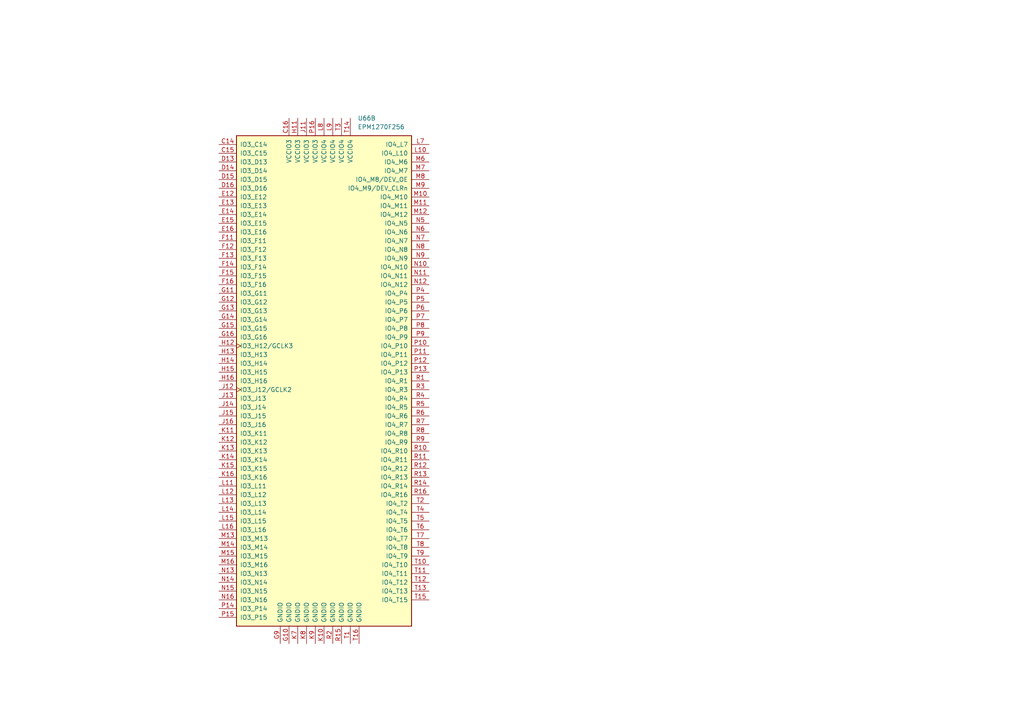
<source format=kicad_sch>
(kicad_sch (version 20250114) (generator "eeschema") (generator_version "9.0")
  (paper "A4")
  (lib_symbols
    (symbol "CPLD_Altera:EPM1270F256" (pin_names (offset 1.016))
      (property "Reference" "U" (at 15.24 72.39 0))
      (property "Value" "EPM1270F256" (at 12.7 -72.39 0))
      (symbol "EPM1270F256_1_1"
        (rectangle (start -25.4 71.12) (end 25.4 -71.12) (stroke (width 0.254)) (fill (type background)))
        (pin bidirectional line (at -30.48 68.58 0) (length 5.08) (name "IO1_C2") (number "C2"))
        (pin bidirectional line (at -30.48 66.04 0) (length 5.08) (name "IO1_C3") (number "C3"))
        (pin bidirectional line (at -30.48 63.5 0) (length 5.08) (name "IO1_D1") (number "D1"))
        (pin bidirectional line (at -30.48 60.96 0) (length 5.08) (name "IO1_D2") (number "D2"))
        (pin bidirectional line (at -30.48 58.42 0) (length 5.08) (name "IO1_D3") (number "D3"))
        (pin bidirectional line (at -30.48 55.88 0) (length 5.08) (name "IO1_E1") (number "E1"))
        (pin bidirectional line (at -30.48 53.34 0) (length 5.08) (name "IO1_E2") (number "E2"))
        (pin bidirectional line (at -30.48 50.8 0) (length 5.08) (name "IO1_E3") (number "E3"))
        (pin bidirectional line (at -30.48 48.26 0) (length 5.08) (name "IO1_E4") (number "E4"))
        (pin bidirectional line (at -30.48 45.72 0) (length 5.08) (name "IO1_E5") (number "E5"))
        (pin bidirectional line (at -30.48 43.18 0) (length 5.08) (name "IO1_F1") (number "F1"))
        (pin bidirectional line (at -30.48 40.64 0) (length 5.08) (name "IO1_F2") (number "F2"))
        (pin bidirectional line (at -30.48 38.1 0) (length 5.08) (name "IO1_F3") (number "F3"))
        (pin bidirectional line (at -30.48 35.56 0) (length 5.08) (name "IO1_F4") (number "F4"))
        (pin bidirectional line (at -30.48 33.02 0) (length 5.08) (name "IO1_F5") (number "F5"))
        (pin bidirectional line (at -30.48 30.48 0) (length 5.08) (name "IO1_F6") (number "F6"))
        (pin bidirectional line (at -30.48 27.94 0) (length 5.08) (name "IO1_G1") (number "G1"))
        (pin bidirectional line (at -30.48 25.4 0) (length 5.08) (name "IO1_G2") (number "G2"))
        (pin bidirectional line (at -30.48 22.86 0) (length 5.08) (name "IO1_G3") (number "G3"))
        (pin bidirectional line (at -30.48 20.32 0) (length 5.08) (name "IO1_G4") (number "G4"))
        (pin bidirectional line (at -30.48 17.78 0) (length 5.08) (name "IO1_G5") (number "G5"))
        (pin bidirectional line (at -30.48 15.24 0) (length 5.08) (name "IO1_G6") (number "G6"))
        (pin bidirectional line (at -30.48 12.7 0) (length 5.08) (name "IO1_H1") (number "H1"))
        (pin bidirectional line (at -30.48 10.16 0) (length 5.08) (name "IO1_H2") (number "H2"))
        (pin bidirectional line (at -30.48 7.62 0) (length 5.08) (name "IO1_H3") (number "H3"))
        (pin bidirectional line (at -30.48 5.08 0) (length 5.08) (name "IO1_H4") (number "H4"))
        (pin bidirectional clock (at -30.48 2.54 0) (length 5.08) (name "IO1_H5/GCLK0") (number "H5"))
        (pin bidirectional line (at -30.48 0 0) (length 5.08) (name "IO1_J1") (number "J1"))
        (pin bidirectional line (at -30.48 -2.54 0) (length 5.08) (name "IO1_J2") (number "J2"))
        (pin bidirectional line (at -30.48 -5.08 0) (length 5.08) (name "IO1_J3") (number "J3"))
        (pin bidirectional line (at -30.48 -7.62 0) (length 5.08) (name "IO1_J4") (number "J4"))
        (pin bidirectional clock (at -30.48 -10.16 0) (length 5.08) (name "IO1_J5/GCLK1") (number "J5"))
        (pin bidirectional line (at -30.48 -12.7 0) (length 5.08) (name "IO1_K1") (number "K1"))
        (pin bidirectional line (at -30.48 -15.24 0) (length 5.08) (name "IO1_K2") (number "K2"))
        (pin bidirectional line (at -30.48 -17.78 0) (length 5.08) (name "IO1_K3") (number "K3"))
        (pin bidirectional line (at -30.48 -20.32 0) (length 5.08) (name "IO1_K4") (number "K4"))
        (pin bidirectional line (at -30.48 -22.86 0) (length 5.08) (name "IO1_K5") (number "K5"))
        (pin bidirectional line (at -30.48 -25.4 0) (length 5.08) (name "IO1_K6") (number "K6"))
        (pin bidirectional line (at -30.48 -27.94 0) (length 5.08) (name "IO1_L1") (number "L1"))
        (pin bidirectional line (at -30.48 -30.48 0) (length 5.08) (name "IO1_L2") (number "L2"))
        (pin bidirectional line (at -30.48 -33.02 0) (length 5.08) (name "IO1_L3") (number "L3"))
        (pin bidirectional line (at -30.48 -35.56 0) (length 5.08) (name "IO1_L4") (number "L4"))
        (pin bidirectional line (at -30.48 -38.1 0) (length 5.08) (name "IO1_L5") (number "L5"))
        (pin bidirectional line (at -30.48 -40.64 0) (length 5.08) (name "IO1_M1") (number "M1"))
        (pin bidirectional line (at -30.48 -43.18 0) (length 5.08) (name "IO1_M2") (number "M2"))
        (pin bidirectional line (at -30.48 -45.72 0) (length 5.08) (name "IO1_M3") (number "M3"))
        (pin bidirectional line (at -30.48 -48.26 0) (length 5.08) (name "IO1_M4") (number "M4"))
        (pin bidirectional line (at -30.48 -50.8 0) (length 5.08) (name "IO1_N1") (number "N1"))
        (pin bidirectional line (at -30.48 -53.34 0) (length 5.08) (name "IO1_N2") (number "N2"))
        (pin bidirectional line (at -30.48 -55.88 0) (length 5.08) (name "IO1_N3") (number "N3"))
        (pin bidirectional line (at -30.48 -58.42 0) (length 5.08) (name "IO1_P2") (number "P2"))
        (pin input line (at -30.48 -60.96 0) (length 5.08) (name "TMS") (number "N4"))
        (pin input line (at -30.48 -63.5 0) (length 5.08) (name "TDI") (number "L6"))
        (pin input clock (at -30.48 -66.04 0) (length 5.08) (name "TCK") (number "P3"))
        (pin output line (at -30.48 -68.58 0) (length 5.08) (name "TDO") (number "M5"))
        (pin power_in line (at -15.24 76.2 270) (length 5.08) (name "VCCINT") (number "H8"))
        (pin power_in line (at -12.7 76.2 270) (length 5.08) (name "VCCINT") (number "H10"))
        (pin power_in line (at -12.7 -76.2 90) (length 5.08) (name "GNDINT") (number "H7"))
        (pin power_in line (at -10.16 76.2 270) (length 5.08) (name "VCCINT") (number "J7"))
        (pin power_in line (at -10.16 -76.2 90) (length 5.08) (name "GNDINT") (number "H9"))
        (pin power_in line (at -7.62 76.2 270) (length 5.08) (name "VCCINT") (number "J9"))
        (pin power_in line (at -7.62 -76.2 90) (length 5.08) (name "GNDINT") (number "J8"))
        (pin power_in line (at -5.08 76.2 270) (length 5.08) (name "VCCIO1") (number "C1"))
        (pin power_in line (at -5.08 -76.2 90) (length 5.08) (name "GNDINT") (number "J10"))
        (pin power_in line (at -2.54 76.2 270) (length 5.08) (name "VCCIO1") (number "H6"))
        (pin power_in line (at -2.54 -76.2 90) (length 5.08) (name "GNDIO") (number "A1"))
        (pin power_in line (at 0 76.2 270) (length 5.08) (name "VCCIO1") (number "J6"))
        (pin power_in line (at 0 -76.2 90) (length 5.08) (name "GNDIO") (number "A16"))
        (pin power_in line (at 2.54 76.2 270) (length 5.08) (name "VCCIO1") (number "P1"))
        (pin power_in line (at 2.54 -76.2 90) (length 5.08) (name "GNDIO") (number "B2"))
        (pin power_in line (at 5.08 76.2 270) (length 5.08) (name "VCCIO2") (number "A3"))
        (pin power_in line (at 5.08 -76.2 90) (length 5.08) (name "GNDIO") (number "B15"))
        (pin power_in line (at 7.62 76.2 270) (length 5.08) (name "VCCIO2") (number "A14"))
        (pin power_in line (at 7.62 -76.2 90) (length 5.08) (name "GNDIO") (number "G7"))
        (pin power_in line (at 10.16 76.2 270) (length 5.08) (name "VCCIO2") (number "F8"))
        (pin power_in line (at 10.16 -76.2 90) (length 5.08) (name "GNDIO") (number "G8"))
        (pin power_in line (at 12.7 76.2 270) (length 5.08) (name "VCCIO2") (number "F9"))
        (pin bidirectional line (at 30.48 68.58 180) (length 5.08) (name "IO2_A2") (number "A2"))
        (pin bidirectional line (at 30.48 66.04 180) (length 5.08) (name "IO2_A4") (number "A4"))
        (pin bidirectional line (at 30.48 63.5 180) (length 5.08) (name "IO2_A5") (number "A5"))
        (pin bidirectional line (at 30.48 60.96 180) (length 5.08) (name "IO2_A6") (number "A6"))
        (pin bidirectional line (at 30.48 58.42 180) (length 5.08) (name "IO2_A7") (number "A7"))
        (pin bidirectional line (at 30.48 55.88 180) (length 5.08) (name "IO2_A8") (number "A8"))
        (pin bidirectional line (at 30.48 53.34 180) (length 5.08) (name "IO2_A9") (number "A9"))
        (pin bidirectional line (at 30.48 50.8 180) (length 5.08) (name "IO2_A10") (number "A10"))
        (pin bidirectional line (at 30.48 48.26 180) (length 5.08) (name "IO2_A11") (number "A11"))
        (pin bidirectional line (at 30.48 45.72 180) (length 5.08) (name "IO2_A12") (number "A12"))
        (pin bidirectional line (at 30.48 43.18 180) (length 5.08) (name "IO2_A13") (number "A13"))
        (pin bidirectional line (at 30.48 40.64 180) (length 5.08) (name "IO2_A15") (number "A15"))
        (pin bidirectional line (at 30.48 38.1 180) (length 5.08) (name "IO2_B1") (number "B1"))
        (pin bidirectional line (at 30.48 35.56 180) (length 5.08) (name "IO2_B3") (number "B3"))
        (pin bidirectional line (at 30.48 33.02 180) (length 5.08) (name "IO2_B4") (number "B4"))
        (pin bidirectional line (at 30.48 30.48 180) (length 5.08) (name "IO2_B5") (number "B5"))
        (pin bidirectional line (at 30.48 27.94 180) (length 5.08) (name "IO2_B6") (number "B6"))
        (pin bidirectional line (at 30.48 25.4 180) (length 5.08) (name "IO2_B7") (number "B7"))
        (pin bidirectional line (at 30.48 22.86 180) (length 5.08) (name "IO2_B8") (number "B8"))
        (pin bidirectional line (at 30.48 20.32 180) (length 5.08) (name "IO2_B9") (number "B9"))
        (pin bidirectional line (at 30.48 17.78 180) (length 5.08) (name "IO2_B10") (number "B10"))
        (pin bidirectional line (at 30.48 15.24 180) (length 5.08) (name "IO2_B11") (number "B11"))
        (pin bidirectional line (at 30.48 12.7 180) (length 5.08) (name "IO2_B12") (number "B12"))
        (pin bidirectional line (at 30.48 10.16 180) (length 5.08) (name "IO2_B13") (number "B13"))
        (pin bidirectional line (at 30.48 7.62 180) (length 5.08) (name "IO2_B14") (number "B14"))
        (pin bidirectional line (at 30.48 5.08 180) (length 5.08) (name "IO2_B16") (number "B16"))
        (pin bidirectional line (at 30.48 2.54 180) (length 5.08) (name "IO2_C4") (number "C4"))
        (pin bidirectional line (at 30.48 0 180) (length 5.08) (name "IO2_C5") (number "C5"))
        (pin bidirectional line (at 30.48 -2.54 180) (length 5.08) (name "IO2_C6") (number "C6"))
        (pin bidirectional line (at 30.48 -5.08 180) (length 5.08) (name "IO2_C7") (number "C7"))
        (pin bidirectional line (at 30.48 -7.62 180) (length 5.08) (name "IO2_C8") (number "C8"))
        (pin bidirectional line (at 30.48 -10.16 180) (length 5.08) (name "IO2_C9") (number "C9"))
        (pin bidirectional line (at 30.48 -12.7 180) (length 5.08) (name "IO2_C10") (number "C10"))
        (pin bidirectional line (at 30.48 -15.24 180) (length 5.08) (name "IO2_C11") (number "C11"))
        (pin bidirectional line (at 30.48 -17.78 180) (length 5.08) (name "IO2_C12") (number "C12"))
        (pin bidirectional line (at 30.48 -20.32 180) (length 5.08) (name "IO2_C13") (number "C13"))
        (pin bidirectional line (at 30.48 -22.86 180) (length 5.08) (name "IO2_D4") (number "D4"))
        (pin bidirectional line (at 30.48 -25.4 180) (length 5.08) (name "IO2_D5") (number "D5"))
        (pin bidirectional line (at 30.48 -27.94 180) (length 5.08) (name "IO2_D6") (number "D6"))
        (pin bidirectional line (at 30.48 -30.48 180) (length 5.08) (name "IO2_D7") (number "D7"))
        (pin bidirectional line (at 30.48 -33.02 180) (length 5.08) (name "IO2_D8") (number "D8"))
        (pin bidirectional line (at 30.48 -35.56 180) (length 5.08) (name "IO2_D9") (number "D9"))
        (pin bidirectional line (at 30.48 -38.1 180) (length 5.08) (name "IO2_D10") (number "D10"))
        (pin bidirectional line (at 30.48 -40.64 180) (length 5.08) (name "IO2_D11") (number "D11"))
        (pin bidirectional line (at 30.48 -43.18 180) (length 5.08) (name "IO2_D12") (number "D12"))
        (pin bidirectional line (at 30.48 -45.72 180) (length 5.08) (name "IO2_E6") (number "E6"))
        (pin bidirectional line (at 30.48 -48.26 180) (length 5.08) (name "IO2_E7") (number "E7"))
        (pin bidirectional line (at 30.48 -50.8 180) (length 5.08) (name "IO2_E8") (number "E8"))
        (pin bidirectional line (at 30.48 -53.34 180) (length 5.08) (name "IO2_E9") (number "E9"))
        (pin bidirectional line (at 30.48 -55.88 180) (length 5.08) (name "IO2_E10") (number "E10"))
        (pin bidirectional line (at 30.48 -58.42 180) (length 5.08) (name "IO2_E11") (number "E11"))
        (pin bidirectional line (at 30.48 -60.96 180) (length 5.08) (name "IO2_F7") (number "F7"))
        (pin bidirectional line (at 30.48 -63.5 180) (length 5.08) (name "IO2_F10") (number "F10"))
      )
      (symbol "EPM1270F256_2_1"
        (rectangle (start -25.4 71.12) (end 25.4 -71.12) (stroke (width 0.254)) (fill (type background)))
        (pin bidirectional line (at -30.48 68.58 0) (length 5.08) (name "IO3_C14") (number "C14"))
        (pin bidirectional line (at -30.48 66.04 0) (length 5.08) (name "IO3_C15") (number "C15"))
        (pin bidirectional line (at -30.48 63.5 0) (length 5.08) (name "IO3_D13") (number "D13"))
        (pin bidirectional line (at -30.48 60.96 0) (length 5.08) (name "IO3_D14") (number "D14"))
        (pin bidirectional line (at -30.48 58.42 0) (length 5.08) (name "IO3_D15") (number "D15"))
        (pin bidirectional line (at -30.48 55.88 0) (length 5.08) (name "IO3_D16") (number "D16"))
        (pin bidirectional line (at -30.48 53.34 0) (length 5.08) (name "IO3_E12") (number "E12"))
        (pin bidirectional line (at -30.48 50.8 0) (length 5.08) (name "IO3_E13") (number "E13"))
        (pin bidirectional line (at -30.48 48.26 0) (length 5.08) (name "IO3_E14") (number "E14"))
        (pin bidirectional line (at -30.48 45.72 0) (length 5.08) (name "IO3_E15") (number "E15"))
        (pin bidirectional line (at -30.48 43.18 0) (length 5.08) (name "IO3_E16") (number "E16"))
        (pin bidirectional line (at -30.48 40.64 0) (length 5.08) (name "IO3_F11") (number "F11"))
        (pin bidirectional line (at -30.48 38.1 0) (length 5.08) (name "IO3_F12") (number "F12"))
        (pin bidirectional line (at -30.48 35.56 0) (length 5.08) (name "IO3_F13") (number "F13"))
        (pin bidirectional line (at -30.48 33.02 0) (length 5.08) (name "IO3_F14") (number "F14"))
        (pin bidirectional line (at -30.48 30.48 0) (length 5.08) (name "IO3_F15") (number "F15"))
        (pin bidirectional line (at -30.48 27.94 0) (length 5.08) (name "IO3_F16") (number "F16"))
        (pin bidirectional line (at -30.48 25.4 0) (length 5.08) (name "IO3_G11") (number "G11"))
        (pin bidirectional line (at -30.48 22.86 0) (length 5.08) (name "IO3_G12") (number "G12"))
        (pin bidirectional line (at -30.48 20.32 0) (length 5.08) (name "IO3_G13") (number "G13"))
        (pin bidirectional line (at -30.48 17.78 0) (length 5.08) (name "IO3_G14") (number "G14"))
        (pin bidirectional line (at -30.48 15.24 0) (length 5.08) (name "IO3_G15") (number "G15"))
        (pin bidirectional line (at -30.48 12.7 0) (length 5.08) (name "IO3_G16") (number "G16"))
        (pin bidirectional clock (at -30.48 10.16 0) (length 5.08) (name "IO3_H12/GCLK3") (number "H12"))
        (pin bidirectional line (at -30.48 7.62 0) (length 5.08) (name "IO3_H13") (number "H13"))
        (pin bidirectional line (at -30.48 5.08 0) (length 5.08) (name "IO3_H14") (number "H14"))
        (pin bidirectional line (at -30.48 2.54 0) (length 5.08) (name "IO3_H15") (number "H15"))
        (pin bidirectional line (at -30.48 0 0) (length 5.08) (name "IO3_H16") (number "H16"))
        (pin bidirectional clock (at -30.48 -2.54 0) (length 5.08) (name "IO3_J12/GCLK2") (number "J12"))
        (pin bidirectional line (at -30.48 -5.08 0) (length 5.08) (name "IO3_J13") (number "J13"))
        (pin bidirectional line (at -30.48 -7.62 0) (length 5.08) (name "IO3_J14") (number "J14"))
        (pin bidirectional line (at -30.48 -10.16 0) (length 5.08) (name "IO3_J15") (number "J15"))
        (pin bidirectional line (at -30.48 -12.7 0) (length 5.08) (name "IO3_J16") (number "J16"))
        (pin bidirectional line (at -30.48 -15.24 0) (length 5.08) (name "IO3_K11") (number "K11"))
        (pin bidirectional line (at -30.48 -17.78 0) (length 5.08) (name "IO3_K12") (number "K12"))
        (pin bidirectional line (at -30.48 -20.32 0) (length 5.08) (name "IO3_K13") (number "K13"))
        (pin bidirectional line (at -30.48 -22.86 0) (length 5.08) (name "IO3_K14") (number "K14"))
        (pin bidirectional line (at -30.48 -25.4 0) (length 5.08) (name "IO3_K15") (number "K15"))
        (pin bidirectional line (at -30.48 -27.94 0) (length 5.08) (name "IO3_K16") (number "K16"))
        (pin bidirectional line (at -30.48 -30.48 0) (length 5.08) (name "IO3_L11") (number "L11"))
        (pin bidirectional line (at -30.48 -33.02 0) (length 5.08) (name "IO3_L12") (number "L12"))
        (pin bidirectional line (at -30.48 -35.56 0) (length 5.08) (name "IO3_L13") (number "L13"))
        (pin bidirectional line (at -30.48 -38.1 0) (length 5.08) (name "IO3_L14") (number "L14"))
        (pin bidirectional line (at -30.48 -40.64 0) (length 5.08) (name "IO3_L15") (number "L15"))
        (pin bidirectional line (at -30.48 -43.18 0) (length 5.08) (name "IO3_L16") (number "L16"))
        (pin bidirectional line (at -30.48 -45.72 0) (length 5.08) (name "IO3_M13") (number "M13"))
        (pin bidirectional line (at -30.48 -48.26 0) (length 5.08) (name "IO3_M14") (number "M14"))
        (pin bidirectional line (at -30.48 -50.8 0) (length 5.08) (name "IO3_M15") (number "M15"))
        (pin bidirectional line (at -30.48 -53.34 0) (length 5.08) (name "IO3_M16") (number "M16"))
        (pin bidirectional line (at -30.48 -55.88 0) (length 5.08) (name "IO3_N13") (number "N13"))
        (pin bidirectional line (at -30.48 -58.42 0) (length 5.08) (name "IO3_N14") (number "N14"))
        (pin bidirectional line (at -30.48 -60.96 0) (length 5.08) (name "IO3_N15") (number "N15"))
        (pin bidirectional line (at -30.48 -63.5 0) (length 5.08) (name "IO3_N16") (number "N16"))
        (pin bidirectional line (at -30.48 -66.04 0) (length 5.08) (name "IO3_P14") (number "P14"))
        (pin bidirectional line (at -30.48 -68.58 0) (length 5.08) (name "IO3_P15") (number "P15"))
        (pin power_in line (at -12.7 -76.2 90) (length 5.08) (name "GNDIO") (number "G9"))
        (pin power_in line (at -10.16 76.2 270) (length 5.08) (name "VCCIO3") (number "C16"))
        (pin power_in line (at -10.16 -76.2 90) (length 5.08) (name "GNDIO") (number "G10"))
        (pin power_in line (at -7.62 76.2 270) (length 5.08) (name "VCCIO3") (number "H11"))
        (pin power_in line (at -7.62 -76.2 90) (length 5.08) (name "GNDIO") (number "K7"))
        (pin power_in line (at -5.08 76.2 270) (length 5.08) (name "VCCIO3") (number "J11"))
        (pin power_in line (at -5.08 -76.2 90) (length 5.08) (name "GNDIO") (number "K8"))
        (pin power_in line (at -2.54 76.2 270) (length 5.08) (name "VCCIO3") (number "P16"))
        (pin power_in line (at -2.54 -76.2 90) (length 5.08) (name "GNDIO") (number "K9"))
        (pin power_in line (at 0 76.2 270) (length 5.08) (name "VCCIO4") (number "L8"))
        (pin power_in line (at 0 -76.2 90) (length 5.08) (name "GNDIO") (number "K10"))
        (pin power_in line (at 2.54 76.2 270) (length 5.08) (name "VCCIO4") (number "L9"))
        (pin power_in line (at 2.54 -76.2 90) (length 5.08) (name "GNDIO") (number "R2"))
        (pin power_in line (at 5.08 76.2 270) (length 5.08) (name "VCCIO4") (number "T3"))
        (pin power_in line (at 5.08 -76.2 90) (length 5.08) (name "GNDIO") (number "R15"))
        (pin power_in line (at 7.62 76.2 270) (length 5.08) (name "VCCIO4") (number "T14"))
        (pin power_in line (at 7.62 -76.2 90) (length 5.08) (name "GNDIO") (number "T1"))
        (pin power_in line (at 10.16 -76.2 90) (length 5.08) (name "GNDIO") (number "T16"))
        (pin bidirectional line (at 30.48 68.58 180) (length 5.08) (name "IO4_L7") (number "L7"))
        (pin bidirectional line (at 30.48 66.04 180) (length 5.08) (name "IO4_L10") (number "L10"))
        (pin bidirectional line (at 30.48 63.5 180) (length 5.08) (name "IO4_M6") (number "M6"))
        (pin bidirectional line (at 30.48 60.96 180) (length 5.08) (name "IO4_M7") (number "M7"))
        (pin bidirectional line (at 30.48 58.42 180) (length 5.08) (name "IO4_M8/DEV_OE") (number "M8"))
        (pin bidirectional line (at 30.48 55.88 180) (length 5.08) (name "IO4_M9/DEV_CLRn") (number "M9"))
        (pin bidirectional line (at 30.48 53.34 180) (length 5.08) (name "IO4_M10") (number "M10"))
        (pin bidirectional line (at 30.48 50.8 180) (length 5.08) (name "IO4_M11") (number "M11"))
        (pin bidirectional line (at 30.48 48.26 180) (length 5.08) (name "IO4_M12") (number "M12"))
        (pin bidirectional line (at 30.48 45.72 180) (length 5.08) (name "IO4_N5") (number "N5"))
        (pin bidirectional line (at 30.48 43.18 180) (length 5.08) (name "IO4_N6") (number "N6"))
        (pin bidirectional line (at 30.48 40.64 180) (length 5.08) (name "IO4_N7") (number "N7"))
        (pin bidirectional line (at 30.48 38.1 180) (length 5.08) (name "IO4_N8") (number "N8"))
        (pin bidirectional line (at 30.48 35.56 180) (length 5.08) (name "IO4_N9") (number "N9"))
        (pin bidirectional line (at 30.48 33.02 180) (length 5.08) (name "IO4_N10") (number "N10"))
        (pin bidirectional line (at 30.48 30.48 180) (length 5.08) (name "IO4_N11") (number "N11"))
        (pin bidirectional line (at 30.48 27.94 180) (length 5.08) (name "IO4_N12") (number "N12"))
        (pin bidirectional line (at 30.48 25.4 180) (length 5.08) (name "IO4_P4") (number "P4"))
        (pin bidirectional line (at 30.48 22.86 180) (length 5.08) (name "IO4_P5") (number "P5"))
        (pin bidirectional line (at 30.48 20.32 180) (length 5.08) (name "IO4_P6") (number "P6"))
        (pin bidirectional line (at 30.48 17.78 180) (length 5.08) (name "IO4_P7") (number "P7"))
        (pin bidirectional line (at 30.48 15.24 180) (length 5.08) (name "IO4_P8") (number "P8"))
        (pin bidirectional line (at 30.48 12.7 180) (length 5.08) (name "IO4_P9") (number "P9"))
        (pin bidirectional line (at 30.48 10.16 180) (length 5.08) (name "IO4_P10") (number "P10"))
        (pin bidirectional line (at 30.48 7.62 180) (length 5.08) (name "IO4_P11") (number "P11"))
        (pin bidirectional line (at 30.48 5.08 180) (length 5.08) (name "IO4_P12") (number "P12"))
        (pin bidirectional line (at 30.48 2.54 180) (length 5.08) (name "IO4_P13") (number "P13"))
        (pin bidirectional line (at 30.48 0 180) (length 5.08) (name "IO4_R1") (number "R1"))
        (pin bidirectional line (at 30.48 -2.54 180) (length 5.08) (name "IO4_R3") (number "R3"))
        (pin bidirectional line (at 30.48 -5.08 180) (length 5.08) (name "IO4_R4") (number "R4"))
        (pin bidirectional line (at 30.48 -7.62 180) (length 5.08) (name "IO4_R5") (number "R5"))
        (pin bidirectional line (at 30.48 -10.16 180) (length 5.08) (name "IO4_R6") (number "R6"))
        (pin bidirectional line (at 30.48 -12.7 180) (length 5.08) (name "IO4_R7") (number "R7"))
        (pin bidirectional line (at 30.48 -15.24 180) (length 5.08) (name "IO4_R8") (number "R8"))
        (pin bidirectional line (at 30.48 -17.78 180) (length 5.08) (name "IO4_R9") (number "R9"))
        (pin bidirectional line (at 30.48 -20.32 180) (length 5.08) (name "IO4_R10") (number "R10"))
        (pin bidirectional line (at 30.48 -22.86 180) (length 5.08) (name "IO4_R11") (number "R11"))
        (pin bidirectional line (at 30.48 -25.4 180) (length 5.08) (name "IO4_R12") (number "R12"))
        (pin bidirectional line (at 30.48 -27.94 180) (length 5.08) (name "IO4_R13") (number "R13"))
        (pin bidirectional line (at 30.48 -30.48 180) (length 5.08) (name "IO4_R14") (number "R14"))
        (pin bidirectional line (at 30.48 -33.02 180) (length 5.08) (name "IO4_R16") (number "R16"))
        (pin bidirectional line (at 30.48 -35.56 180) (length 5.08) (name "IO4_T2") (number "T2"))
        (pin bidirectional line (at 30.48 -38.1 180) (length 5.08) (name "IO4_T4") (number "T4"))
        (pin bidirectional line (at 30.48 -40.64 180) (length 5.08) (name "IO4_T5") (number "T5"))
        (pin bidirectional line (at 30.48 -43.18 180) (length 5.08) (name "IO4_T6") (number "T6"))
        (pin bidirectional line (at 30.48 -45.72 180) (length 5.08) (name "IO4_T7") (number "T7"))
        (pin bidirectional line (at 30.48 -48.26 180) (length 5.08) (name "IO4_T8") (number "T8"))
        (pin bidirectional line (at 30.48 -50.8 180) (length 5.08) (name "IO4_T9") (number "T9"))
        (pin bidirectional line (at 30.48 -53.34 180) (length 5.08) (name "IO4_T10") (number "T10"))
        (pin bidirectional line (at 30.48 -55.88 180) (length 5.08) (name "IO4_T11") (number "T11"))
        (pin bidirectional line (at 30.48 -58.42 180) (length 5.08) (name "IO4_T12") (number "T12"))
        (pin bidirectional line (at 30.48 -60.96 180) (length 5.08) (name "IO4_T13") (number "T13"))
        (pin bidirectional line (at 30.48 -63.5 180) (length 5.08) (name "IO4_T15") (number "T15"))
      )
    )
  )
  (symbol (lib_id "CPLD_Altera:EPM1270F256") (at 93.98 110.49 0) (unit 2)
    (property "Reference" "U66" (at 103.7433 34.29 0) (effects (justify left)))
    (property "Value" "EPM1270F256" (at 103.7433 36.83 0) (effects (justify left)))
    (property "Footprint" "Package_BGA:BGA-256_17.0x17.0mm_Layout16x16_P1.0mm_Ball0.5mm_Pad0.4mm_NSMD" (effects (hide yes)))
    (property "Datasheet" "https://www.altera.com/content/dam/altera-www/global/en_US/pdfs/literature/hb/max2/max2_mii5v1.pdf" (effects (hide yes)))
    (property "Description" "Altera MAX2 CPLD with 1270 LE" (effects (hide yes)))
  )
)
</source>
